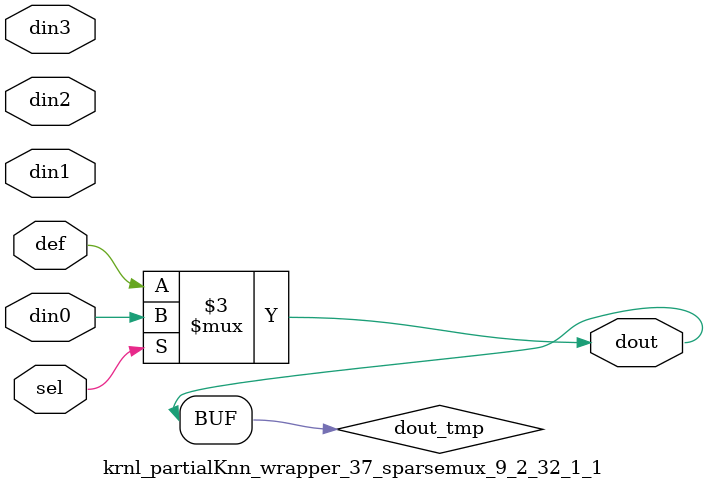
<source format=v>
`timescale 1 ns / 1 ps
module krnl_partialKnn_wrapper_37_sparsemux_9_2_32_1_1 (din0,din1,din2,din3,def,sel,dout);
parameter din0_WIDTH = 1;
parameter din1_WIDTH = 1;
parameter din2_WIDTH = 1;
parameter din3_WIDTH = 1;
parameter def_WIDTH = 1;
parameter sel_WIDTH = 1;
parameter dout_WIDTH = 1;
parameter [sel_WIDTH-1:0] CASE0 = 1;
parameter [sel_WIDTH-1:0] CASE1 = 1;
parameter [sel_WIDTH-1:0] CASE2 = 1;
parameter [sel_WIDTH-1:0] CASE3 = 1;
parameter ID = 1;
parameter NUM_STAGE = 1;
input [din0_WIDTH-1:0] din0;
input [din1_WIDTH-1:0] din1;
input [din2_WIDTH-1:0] din2;
input [din3_WIDTH-1:0] din3;
input [def_WIDTH-1:0] def;
input [sel_WIDTH-1:0] sel;
output [dout_WIDTH-1:0] dout;
reg [dout_WIDTH-1:0] dout_tmp;
always @ (*) begin
case (sel)
    
    CASE0 : dout_tmp = din0;
    
    CASE1 : dout_tmp = din1;
    
    CASE2 : dout_tmp = din2;
    
    CASE3 : dout_tmp = din3;
    
    default : dout_tmp = def;
endcase
end
assign dout = dout_tmp;
endmodule
</source>
